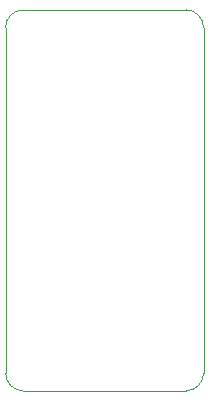
<source format=gm1>
G04 #@! TF.GenerationSoftware,KiCad,Pcbnew,7.0.8*
G04 #@! TF.CreationDate,2024-04-19T19:22:22-04:00*
G04 #@! TF.ProjectId,PMB,504d422e-6b69-4636-9164-5f7063625858,rev?*
G04 #@! TF.SameCoordinates,Original*
G04 #@! TF.FileFunction,Profile,NP*
%FSLAX46Y46*%
G04 Gerber Fmt 4.6, Leading zero omitted, Abs format (unit mm)*
G04 Created by KiCad (PCBNEW 7.0.8) date 2024-04-19 19:22:22*
%MOMM*%
%LPD*%
G01*
G04 APERTURE LIST*
G04 #@! TA.AperFunction,Profile*
%ADD10C,0.100000*%
G04 #@! TD*
G04 APERTURE END LIST*
D10*
X163854000Y-111506000D02*
G75*
G03*
X165354000Y-110006000I0J1500000D01*
G01*
X165354000Y-80748000D02*
G75*
G03*
X163854000Y-79248000I-1500000J0D01*
G01*
X165354000Y-80748000D02*
X165354000Y-110006000D01*
X148590000Y-110006000D02*
G75*
G03*
X150090000Y-111506000I1500000J0D01*
G01*
X163854000Y-111506000D02*
X150090000Y-111506000D01*
X150090000Y-79248000D02*
G75*
G03*
X148590000Y-80748000I0J-1500000D01*
G01*
X150090000Y-79248000D02*
X163854000Y-79248000D01*
X148590000Y-110006000D02*
X148590000Y-80748000D01*
M02*

</source>
